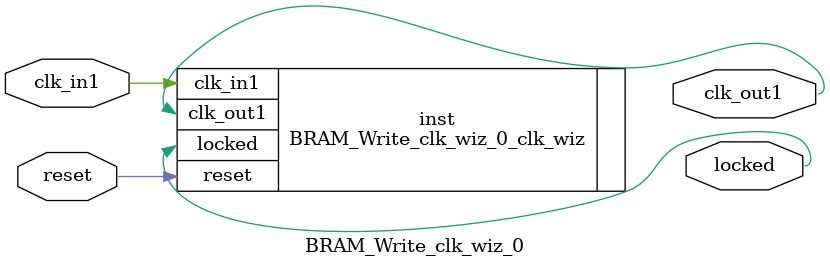
<source format=v>


`timescale 1ps/1ps

(* CORE_GENERATION_INFO = "BRAM_Write_clk_wiz_0,clk_wiz_v6_0_1_0_0,{component_name=BRAM_Write_clk_wiz_0,use_phase_alignment=true,use_min_o_jitter=false,use_max_i_jitter=false,use_dyn_phase_shift=false,use_inclk_switchover=false,use_dyn_reconfig=false,enable_axi=0,feedback_source=FDBK_AUTO,PRIMITIVE=PLL,num_out_clk=1,clkin1_period=8.000,clkin2_period=10.0,use_power_down=false,use_reset=true,use_locked=true,use_inclk_stopped=false,feedback_type=SINGLE,CLOCK_MGR_TYPE=NA,manual_override=false}" *)

module BRAM_Write_clk_wiz_0 
 (
  // Clock out ports
  output        clk_out1,
  // Status and control signals
  input         reset,
  output        locked,
 // Clock in ports
  input         clk_in1
 );

  BRAM_Write_clk_wiz_0_clk_wiz inst
  (
  // Clock out ports  
  .clk_out1(clk_out1),
  // Status and control signals               
  .reset(reset), 
  .locked(locked),
 // Clock in ports
  .clk_in1(clk_in1)
  );

endmodule

</source>
